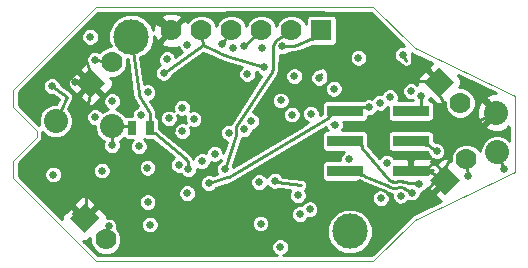
<source format=gbl>
G04 (created by PCBNEW (2013-jul-07)-stable) date Tue 30 Dec 2014 02:21:33 PM EST*
%MOIN*%
G04 Gerber Fmt 3.4, Leading zero omitted, Abs format*
%FSLAX34Y34*%
G01*
G70*
G90*
G04 APERTURE LIST*
%ADD10C,0.00590551*%
%ADD11C,0.00393701*%
%ADD12R,0.025X0.045*%
%ADD13R,0.119X0.038*%
%ADD14R,0.07X0.07*%
%ADD15C,0.07*%
%ADD16C,0.08*%
%ADD17C,0.11811*%
%ADD18C,0.025*%
%ADD19C,0.009*%
%ADD20C,0.01*%
G04 APERTURE END LIST*
G54D10*
G54D11*
X55118Y-14960D02*
X45866Y-14960D01*
X55118Y-23425D02*
X45866Y-23425D01*
X56496Y-16338D02*
X59842Y-17913D01*
X55118Y-14960D02*
X56496Y-16338D01*
X56496Y-22047D02*
X59842Y-20472D01*
X55118Y-23425D02*
X56496Y-22047D01*
X45866Y-14960D02*
X43110Y-17716D01*
X45866Y-23425D02*
X43110Y-20669D01*
X59842Y-20275D02*
X59842Y-20472D01*
X59842Y-17913D02*
X59842Y-20275D01*
X43897Y-19291D02*
X43897Y-19094D01*
X43110Y-20078D02*
X43897Y-19291D01*
X43110Y-20669D02*
X43110Y-20078D01*
X43110Y-17716D02*
X43110Y-18307D01*
X43897Y-19094D02*
X43110Y-18307D01*
G54D12*
X47067Y-18984D03*
X47667Y-18984D03*
G54D13*
X56357Y-20425D03*
X56357Y-19425D03*
X56357Y-18425D03*
X54177Y-20425D03*
X54177Y-19425D03*
X54177Y-18425D03*
G54D14*
X53382Y-15731D03*
G54D15*
X52382Y-15731D03*
X51382Y-15731D03*
X50382Y-15731D03*
X49382Y-15731D03*
X48382Y-15731D03*
G54D16*
X46396Y-18927D03*
G54D10*
G36*
X45686Y-17991D02*
X45191Y-17496D01*
X45686Y-17001D01*
X46181Y-17496D01*
X45686Y-17991D01*
X45686Y-17991D01*
G37*
G54D15*
X46393Y-16789D03*
G54D10*
G36*
X56811Y-17449D02*
X57306Y-16954D01*
X57801Y-17449D01*
X57306Y-17944D01*
X56811Y-17449D01*
X56811Y-17449D01*
G37*
G54D15*
X58013Y-18157D03*
G54D10*
G36*
X57513Y-21233D02*
X57018Y-20738D01*
X57513Y-20243D01*
X58008Y-20738D01*
X57513Y-21233D01*
X57513Y-21233D01*
G37*
G54D15*
X58220Y-20031D03*
G54D10*
G36*
X44997Y-21998D02*
X45492Y-21503D01*
X45987Y-21998D01*
X45492Y-22493D01*
X44997Y-21998D01*
X44997Y-21998D01*
G37*
G54D15*
X46200Y-22705D03*
G54D16*
X59240Y-19807D03*
X59220Y-18475D03*
X44527Y-18759D03*
G54D17*
X47047Y-15944D03*
X54330Y-22440D03*
G54D18*
X51830Y-20757D03*
X49822Y-19852D03*
X47303Y-19606D03*
X47584Y-20315D03*
X47588Y-17802D03*
X47369Y-18558D03*
X48123Y-17156D03*
X51471Y-16969D03*
X53312Y-17319D03*
X56102Y-16555D03*
X54616Y-16653D03*
X53828Y-18887D03*
X51309Y-20797D03*
X45206Y-21850D03*
X47726Y-15295D03*
X45177Y-17460D03*
X58917Y-18139D03*
X58262Y-18887D03*
X45603Y-18919D03*
X53076Y-22221D03*
X57138Y-20132D03*
X54687Y-20826D03*
X48238Y-16702D03*
X48917Y-16220D03*
X48740Y-18316D03*
X52007Y-22962D03*
X51358Y-22175D03*
X52480Y-17263D03*
X45679Y-15954D03*
X52401Y-18543D03*
X46407Y-18100D03*
X44438Y-20541D03*
X47588Y-21466D03*
X55561Y-20157D03*
X53382Y-15731D03*
X52083Y-16272D03*
X48750Y-19094D03*
X49124Y-18690D03*
X48297Y-18671D03*
X56704Y-17913D03*
X54307Y-20015D03*
X59482Y-20367D03*
X48947Y-20372D03*
X50164Y-20356D03*
X49393Y-20101D03*
X56025Y-21256D03*
X57223Y-19767D03*
X56645Y-20850D03*
X56399Y-21141D03*
X45838Y-16720D03*
X58169Y-18070D03*
X58259Y-20596D03*
X46288Y-22274D03*
X44398Y-17597D03*
X56373Y-17758D03*
X52670Y-21869D03*
X45844Y-18633D03*
X52989Y-21700D03*
X47662Y-22212D03*
X52598Y-21234D03*
X46398Y-19573D03*
X50911Y-17189D03*
X51052Y-18760D03*
X50434Y-16335D03*
X50290Y-19149D03*
X51398Y-16334D03*
X50797Y-19036D03*
X53028Y-18510D03*
X55332Y-18148D03*
X48909Y-21167D03*
X52027Y-18074D03*
X53796Y-17680D03*
X55667Y-17968D03*
X50804Y-16243D03*
X50076Y-16201D03*
X55365Y-21333D03*
X46062Y-20409D03*
X49626Y-20834D03*
X54980Y-18294D03*
X48634Y-20219D03*
G54D19*
X52706Y-20895D02*
X51889Y-20807D01*
X51889Y-20807D02*
X51830Y-20757D01*
X47584Y-20315D02*
X47578Y-20314D01*
X49382Y-15731D02*
X49429Y-16231D01*
X49429Y-16231D02*
X48123Y-17156D01*
X50345Y-16619D02*
X51471Y-16969D01*
X50329Y-16614D02*
X50345Y-16619D01*
X49972Y-16479D02*
X50329Y-16614D01*
X49967Y-16477D02*
X49972Y-16479D01*
X49957Y-16473D02*
X49967Y-16477D01*
X49952Y-16471D02*
X49957Y-16473D01*
X49429Y-16231D02*
X49952Y-16471D01*
X53312Y-17319D02*
X53385Y-17185D01*
X56102Y-16555D02*
X56200Y-16742D01*
X53828Y-18887D02*
X53710Y-18848D01*
X51309Y-20797D02*
X51299Y-20807D01*
X45484Y-22119D02*
X45206Y-21850D01*
X48382Y-15731D02*
X47726Y-15295D01*
X45686Y-17496D02*
X45177Y-17460D01*
X59220Y-18475D02*
X58917Y-18139D01*
X56002Y-17375D02*
X54931Y-15383D01*
X53307Y-15137D02*
X54301Y-15216D01*
X54301Y-15216D02*
X54931Y-15383D01*
X53307Y-15137D02*
X46994Y-15173D01*
X57306Y-17449D02*
X56002Y-17375D01*
X56002Y-17375D02*
X55944Y-17372D01*
X57513Y-20738D02*
X57007Y-20452D01*
X57007Y-20452D02*
X56357Y-20425D01*
X57513Y-20306D02*
X57513Y-20738D01*
X57544Y-20275D02*
X57513Y-20306D01*
X57545Y-20274D02*
X57544Y-20275D01*
X57552Y-20264D02*
X57554Y-20260D01*
X57548Y-20271D02*
X57552Y-20264D01*
X57545Y-20274D02*
X57548Y-20271D01*
X57739Y-19826D02*
X57554Y-20260D01*
X57744Y-19813D02*
X57739Y-19826D01*
X57757Y-19788D02*
X57744Y-19813D01*
X57764Y-19775D02*
X57757Y-19788D01*
X58262Y-18887D02*
X57764Y-19775D01*
X45529Y-21625D02*
X45603Y-18919D01*
X45529Y-21634D02*
X45529Y-21625D01*
X45522Y-21649D02*
X45529Y-21634D01*
X45516Y-21655D02*
X45522Y-21649D01*
X45516Y-21656D02*
X45516Y-21655D01*
X45484Y-21687D02*
X45516Y-21656D01*
X45484Y-22119D02*
X45484Y-21687D01*
X45686Y-17065D02*
X45686Y-17496D01*
X45603Y-18919D02*
X45553Y-18697D01*
X45550Y-18588D02*
X45545Y-18615D01*
X45545Y-18615D02*
X45547Y-18670D01*
X45547Y-18670D02*
X45553Y-18697D01*
X45550Y-18588D02*
X45642Y-17985D01*
X45654Y-17960D02*
X45649Y-17965D01*
X45649Y-17965D02*
X45643Y-17978D01*
X45643Y-17978D02*
X45642Y-17985D01*
X45654Y-17960D02*
X45654Y-17960D01*
X45654Y-17960D02*
X45686Y-17928D01*
X45686Y-17928D02*
X45686Y-17496D01*
X46994Y-15173D02*
X46748Y-15230D01*
X46748Y-15230D02*
X46529Y-15369D01*
X46529Y-15369D02*
X46449Y-15470D01*
X46449Y-15470D02*
X45604Y-16535D01*
X45604Y-16535D02*
X45553Y-16600D01*
X45553Y-16600D02*
X45532Y-16764D01*
X45532Y-16764D02*
X45566Y-16840D01*
X45566Y-16840D02*
X45645Y-17020D01*
X45645Y-17020D02*
X45647Y-17023D01*
X45647Y-17023D02*
X45651Y-17030D01*
X45651Y-17030D02*
X45654Y-17033D01*
X45654Y-17033D02*
X45654Y-17033D01*
X45654Y-17033D02*
X45686Y-17065D01*
X46999Y-15172D02*
X46994Y-15173D01*
X48382Y-15731D02*
X47373Y-15254D01*
X47373Y-15254D02*
X47256Y-15199D01*
X47256Y-15199D02*
X46999Y-15172D01*
X57763Y-18616D02*
X58262Y-18887D01*
X57686Y-18573D02*
X57763Y-18616D01*
X57567Y-18442D02*
X57686Y-18573D01*
X57532Y-18361D02*
X57567Y-18442D01*
X57348Y-17927D02*
X57532Y-18361D01*
X57341Y-17916D02*
X57338Y-17913D01*
X57346Y-17923D02*
X57341Y-17916D01*
X57348Y-17927D02*
X57346Y-17923D01*
X57338Y-17913D02*
X57338Y-17913D01*
X57306Y-17881D02*
X57338Y-17913D01*
X57306Y-17449D02*
X57306Y-17881D01*
X57412Y-20407D02*
X57513Y-20738D01*
X57381Y-20375D02*
X57412Y-20407D01*
X57138Y-20132D02*
X57381Y-20375D01*
X56982Y-20268D02*
X57138Y-20132D01*
X56976Y-20274D02*
X56982Y-20268D01*
X56960Y-20280D02*
X56976Y-20274D01*
X56952Y-20280D02*
X56960Y-20280D01*
X56907Y-20280D02*
X56952Y-20280D01*
X56357Y-20425D02*
X56907Y-20280D01*
X55449Y-21070D02*
X54687Y-20826D01*
X55490Y-21083D02*
X55449Y-21070D01*
X55560Y-21133D02*
X55490Y-21083D01*
X55586Y-21167D02*
X55560Y-21133D01*
X55788Y-21435D02*
X55586Y-21167D01*
X56069Y-21554D02*
X56113Y-21540D01*
X55978Y-21553D02*
X56069Y-21554D01*
X55890Y-21525D02*
X55978Y-21553D01*
X55815Y-21472D02*
X55890Y-21525D01*
X55788Y-21435D02*
X55815Y-21472D01*
X56487Y-21425D02*
X56113Y-21540D01*
X56584Y-21377D02*
X56609Y-21351D01*
X56522Y-21414D02*
X56584Y-21377D01*
X56487Y-21425D02*
X56522Y-21414D01*
X57120Y-20840D02*
X56609Y-21351D01*
X57152Y-20808D02*
X57120Y-20840D01*
X57513Y-20738D02*
X57152Y-20808D01*
X59220Y-18475D02*
X58262Y-18887D01*
X48238Y-16702D02*
X48248Y-16692D01*
X48917Y-16220D02*
X48887Y-16200D01*
X52007Y-22962D02*
X51998Y-22962D01*
X51358Y-22175D02*
X51348Y-22175D01*
X52480Y-17263D02*
X52490Y-17263D01*
X47588Y-21466D02*
X47588Y-21486D01*
X53382Y-15731D02*
X53077Y-16036D01*
X53077Y-16036D02*
X53032Y-16036D01*
X53032Y-16036D02*
X53028Y-16036D01*
X53028Y-16036D02*
X53019Y-16038D01*
X53019Y-16038D02*
X53015Y-16040D01*
X53015Y-16040D02*
X52577Y-16216D01*
X52412Y-16253D02*
X52455Y-16251D01*
X52455Y-16251D02*
X52538Y-16232D01*
X52538Y-16232D02*
X52577Y-16216D01*
X52412Y-16253D02*
X52083Y-16272D01*
X59240Y-19807D02*
X59482Y-20367D01*
X47293Y-17840D02*
X47047Y-15944D01*
X47320Y-17935D02*
X47338Y-17963D01*
X47297Y-17873D02*
X47320Y-17935D01*
X47293Y-17840D02*
X47297Y-17873D01*
X47618Y-18397D02*
X47338Y-17963D01*
X47641Y-18432D02*
X47618Y-18397D01*
X47666Y-18515D02*
X47641Y-18432D01*
X47666Y-18558D02*
X47666Y-18515D01*
X47666Y-18759D02*
X47666Y-18558D01*
X47666Y-18804D02*
X47666Y-18759D01*
X47667Y-18984D02*
X47666Y-18804D01*
X56704Y-18235D02*
X56704Y-17913D01*
X56704Y-18280D02*
X56704Y-18235D01*
X56357Y-18425D02*
X56704Y-18280D01*
X47747Y-19164D02*
X47667Y-18984D01*
X47792Y-19164D02*
X47747Y-19164D01*
X47800Y-19164D02*
X47792Y-19164D01*
X47815Y-19169D02*
X47800Y-19164D01*
X47821Y-19174D02*
X47815Y-19169D01*
X48822Y-19988D02*
X47821Y-19174D01*
X48869Y-20026D02*
X48822Y-19988D01*
X48925Y-20132D02*
X48869Y-20026D01*
X48930Y-20192D02*
X48925Y-20132D01*
X48947Y-20372D02*
X48930Y-20192D01*
X50536Y-19230D02*
X50164Y-20356D01*
X50551Y-19127D02*
X50543Y-19092D01*
X50547Y-19197D02*
X50551Y-19127D01*
X50536Y-19230D02*
X50547Y-19197D01*
X50543Y-19092D02*
X50543Y-19092D01*
X50532Y-19041D02*
X50543Y-19092D01*
X50550Y-18938D02*
X50532Y-19041D01*
X50579Y-18894D02*
X50550Y-18938D01*
X51721Y-17131D02*
X50579Y-18894D01*
X51767Y-17018D02*
X51768Y-16977D01*
X51743Y-17097D02*
X51767Y-17018D01*
X51721Y-17131D02*
X51743Y-17097D01*
X51786Y-16265D02*
X51768Y-16977D01*
X51788Y-16190D02*
X51786Y-16265D01*
X51861Y-16061D02*
X51788Y-16190D01*
X51925Y-16021D02*
X51861Y-16061D01*
X52382Y-15731D02*
X51925Y-16021D01*
X56980Y-19579D02*
X57223Y-19767D01*
X56960Y-19570D02*
X56952Y-19570D01*
X56974Y-19574D02*
X56960Y-19570D01*
X56980Y-19579D02*
X56974Y-19574D01*
X56907Y-19570D02*
X56952Y-19570D01*
X56357Y-19425D02*
X56907Y-19570D01*
X56090Y-20776D02*
X56645Y-20850D01*
X56020Y-20771D02*
X55996Y-20772D01*
X56066Y-20773D02*
X56020Y-20771D01*
X56090Y-20776D02*
X56066Y-20773D01*
X55817Y-20783D02*
X55996Y-20772D01*
X55798Y-20785D02*
X55817Y-20783D01*
X55759Y-20778D02*
X55798Y-20785D01*
X55741Y-20770D02*
X55759Y-20778D01*
X55703Y-20754D02*
X55741Y-20770D01*
X55687Y-20747D02*
X55703Y-20754D01*
X55658Y-20726D02*
X55687Y-20747D01*
X55647Y-20713D02*
X55658Y-20726D01*
X54738Y-19644D02*
X55647Y-20713D01*
X54733Y-19638D02*
X54738Y-19644D01*
X54727Y-19623D02*
X54733Y-19638D01*
X54727Y-19615D02*
X54727Y-19623D01*
X54727Y-19570D02*
X54727Y-19615D01*
X54177Y-19425D02*
X54727Y-19570D01*
X54727Y-20570D02*
X54177Y-20425D01*
X54772Y-20570D02*
X54727Y-20570D01*
X54777Y-20570D02*
X54772Y-20570D01*
X54785Y-20571D02*
X54777Y-20570D01*
X54790Y-20573D02*
X54785Y-20571D01*
X54792Y-20574D02*
X54790Y-20573D01*
X54794Y-20575D02*
X54792Y-20574D01*
X55551Y-20898D02*
X54794Y-20575D01*
X55567Y-20905D02*
X55551Y-20898D01*
X55597Y-20920D02*
X55567Y-20905D01*
X55611Y-20929D02*
X55597Y-20920D01*
X55615Y-20931D02*
X55611Y-20929D01*
X55773Y-20988D02*
X55829Y-20985D01*
X55663Y-20961D02*
X55773Y-20988D01*
X55615Y-20931D02*
X55663Y-20961D01*
X56009Y-20974D02*
X55829Y-20985D01*
X56049Y-20972D02*
X56009Y-20974D01*
X56127Y-20990D02*
X56049Y-20972D01*
X56162Y-21009D02*
X56127Y-20990D01*
X56399Y-21141D02*
X56162Y-21009D01*
X46393Y-16789D02*
X45838Y-16720D01*
X58013Y-18157D02*
X58169Y-18070D01*
X58220Y-20031D02*
X58259Y-20596D01*
X46191Y-22826D02*
X46288Y-22274D01*
X44895Y-17947D02*
X44527Y-18759D01*
X44398Y-17597D02*
X44895Y-17947D01*
X44895Y-17947D02*
X44897Y-17948D01*
X46987Y-18927D02*
X47067Y-18984D01*
X46942Y-18927D02*
X46987Y-18927D01*
X46396Y-18927D02*
X46942Y-18927D01*
X46396Y-18927D02*
X46398Y-19573D01*
X51382Y-15731D02*
X50804Y-16243D01*
X50382Y-15731D02*
X50076Y-16201D01*
X50252Y-20640D02*
X49626Y-20834D01*
X50301Y-20621D02*
X50317Y-20612D01*
X50269Y-20635D02*
X50301Y-20621D01*
X50252Y-20640D02*
X50269Y-20635D01*
X53605Y-18653D02*
X50317Y-20612D01*
X53627Y-18626D02*
X53627Y-18615D01*
X53615Y-18647D02*
X53627Y-18626D01*
X53605Y-18653D02*
X53615Y-18647D01*
X53627Y-18570D02*
X53627Y-18615D01*
X54177Y-18425D02*
X53627Y-18570D01*
X54772Y-18294D02*
X54980Y-18294D01*
X54727Y-18294D02*
X54772Y-18294D01*
X54177Y-18425D02*
X54727Y-18294D01*
G54D10*
G36*
X57589Y-20743D02*
X57518Y-20814D01*
X57513Y-20808D01*
X57168Y-21153D01*
X57168Y-21242D01*
X57301Y-21375D01*
X57358Y-21431D01*
X56415Y-21875D01*
X56389Y-21894D01*
X56361Y-21913D01*
X55091Y-23183D01*
X55091Y-22290D01*
X54975Y-22010D01*
X54762Y-21796D01*
X54482Y-21680D01*
X54180Y-21680D01*
X53900Y-21795D01*
X53686Y-22009D01*
X53570Y-22288D01*
X53570Y-22591D01*
X53685Y-22871D01*
X53899Y-23085D01*
X54178Y-23201D01*
X54481Y-23201D01*
X54760Y-23086D01*
X54975Y-22872D01*
X55091Y-22592D01*
X55091Y-22290D01*
X55091Y-23183D01*
X55039Y-23235D01*
X53284Y-23235D01*
X53284Y-21642D01*
X53239Y-21533D01*
X53156Y-21450D01*
X53048Y-21405D01*
X52930Y-21405D01*
X52920Y-21409D01*
X52920Y-20919D01*
X52913Y-20835D01*
X52874Y-20761D01*
X52809Y-20707D01*
X52729Y-20682D01*
X52089Y-20612D01*
X52080Y-20590D01*
X51998Y-20507D01*
X51889Y-20462D01*
X51772Y-20462D01*
X51663Y-20507D01*
X51580Y-20590D01*
X51561Y-20636D01*
X51559Y-20630D01*
X51476Y-20547D01*
X51367Y-20502D01*
X51250Y-20502D01*
X51142Y-20547D01*
X51059Y-20629D01*
X51014Y-20738D01*
X51014Y-20855D01*
X51058Y-20964D01*
X51141Y-21047D01*
X51250Y-21092D01*
X51367Y-21092D01*
X51475Y-21047D01*
X51558Y-20964D01*
X51578Y-20918D01*
X51580Y-20924D01*
X51663Y-21007D01*
X51771Y-21052D01*
X51889Y-21052D01*
X51945Y-21029D01*
X52345Y-21072D01*
X52303Y-21175D01*
X52303Y-21292D01*
X52348Y-21400D01*
X52430Y-21483D01*
X52539Y-21529D01*
X52656Y-21529D01*
X52765Y-21484D01*
X52848Y-21401D01*
X52893Y-21292D01*
X52893Y-21175D01*
X52848Y-21067D01*
X52842Y-21061D01*
X52895Y-20999D01*
X52920Y-20919D01*
X52920Y-21409D01*
X52822Y-21450D01*
X52739Y-21533D01*
X52722Y-21574D01*
X52611Y-21574D01*
X52503Y-21618D01*
X52420Y-21701D01*
X52375Y-21810D01*
X52375Y-21927D01*
X52420Y-22035D01*
X52502Y-22119D01*
X52611Y-22164D01*
X52728Y-22164D01*
X52837Y-22119D01*
X52920Y-22036D01*
X52937Y-21995D01*
X53047Y-21995D01*
X53156Y-21950D01*
X53239Y-21867D01*
X53284Y-21759D01*
X53284Y-21642D01*
X53284Y-23235D01*
X52119Y-23235D01*
X52174Y-23212D01*
X52257Y-23129D01*
X52302Y-23021D01*
X52302Y-22904D01*
X52258Y-22795D01*
X52175Y-22712D01*
X52066Y-22667D01*
X51949Y-22667D01*
X51840Y-22712D01*
X51757Y-22795D01*
X51712Y-22903D01*
X51712Y-23021D01*
X51757Y-23129D01*
X51840Y-23212D01*
X51895Y-23235D01*
X51653Y-23235D01*
X51653Y-22116D01*
X51608Y-22008D01*
X51525Y-21925D01*
X51417Y-21880D01*
X51299Y-21880D01*
X51191Y-21924D01*
X51108Y-22007D01*
X51063Y-22116D01*
X51063Y-22233D01*
X51108Y-22342D01*
X51190Y-22425D01*
X51299Y-22470D01*
X51416Y-22470D01*
X51525Y-22425D01*
X51608Y-22342D01*
X51653Y-22234D01*
X51653Y-22116D01*
X51653Y-23235D01*
X49204Y-23235D01*
X49204Y-21109D01*
X49159Y-21000D01*
X49076Y-20917D01*
X48968Y-20872D01*
X48851Y-20872D01*
X48742Y-20917D01*
X48659Y-21000D01*
X48614Y-21108D01*
X48614Y-21226D01*
X48659Y-21334D01*
X48742Y-21417D01*
X48850Y-21462D01*
X48967Y-21462D01*
X49076Y-21417D01*
X49159Y-21334D01*
X49204Y-21226D01*
X49204Y-21109D01*
X49204Y-23235D01*
X47957Y-23235D01*
X47957Y-22153D01*
X47912Y-22045D01*
X47883Y-22016D01*
X47883Y-21408D01*
X47879Y-21398D01*
X47879Y-20256D01*
X47835Y-20148D01*
X47752Y-20065D01*
X47643Y-20020D01*
X47526Y-20019D01*
X47417Y-20064D01*
X47334Y-20147D01*
X47289Y-20256D01*
X47289Y-20373D01*
X47334Y-20481D01*
X47417Y-20564D01*
X47525Y-20609D01*
X47643Y-20610D01*
X47751Y-20565D01*
X47834Y-20482D01*
X47879Y-20373D01*
X47879Y-20256D01*
X47879Y-21398D01*
X47838Y-21299D01*
X47755Y-21216D01*
X47647Y-21171D01*
X47530Y-21171D01*
X47421Y-21216D01*
X47338Y-21299D01*
X47293Y-21407D01*
X47293Y-21524D01*
X47338Y-21633D01*
X47421Y-21716D01*
X47529Y-21761D01*
X47647Y-21761D01*
X47755Y-21716D01*
X47838Y-21633D01*
X47883Y-21525D01*
X47883Y-21408D01*
X47883Y-22016D01*
X47829Y-21962D01*
X47721Y-21917D01*
X47604Y-21917D01*
X47495Y-21962D01*
X47412Y-22045D01*
X47367Y-22153D01*
X47367Y-22270D01*
X47412Y-22379D01*
X47495Y-22462D01*
X47603Y-22507D01*
X47721Y-22507D01*
X47829Y-22462D01*
X47912Y-22379D01*
X47957Y-22271D01*
X47957Y-22153D01*
X47957Y-23235D01*
X45944Y-23235D01*
X45452Y-22743D01*
X45542Y-22743D01*
X45634Y-22705D01*
X45680Y-22660D01*
X45679Y-22808D01*
X45758Y-23000D01*
X45905Y-23146D01*
X46096Y-23225D01*
X46302Y-23226D01*
X46494Y-23147D01*
X46640Y-23000D01*
X46719Y-22809D01*
X46720Y-22602D01*
X46641Y-22411D01*
X46577Y-22348D01*
X46583Y-22333D01*
X46583Y-22216D01*
X46538Y-22107D01*
X46455Y-22024D01*
X46357Y-21983D01*
X46357Y-20350D01*
X46312Y-20242D01*
X46229Y-20159D01*
X46121Y-20114D01*
X46004Y-20114D01*
X45895Y-20158D01*
X45812Y-20241D01*
X45767Y-20350D01*
X45767Y-20467D01*
X45812Y-20576D01*
X45895Y-20659D01*
X46003Y-20704D01*
X46121Y-20704D01*
X46229Y-20659D01*
X46312Y-20576D01*
X46357Y-20468D01*
X46357Y-20350D01*
X46357Y-21983D01*
X46347Y-21979D01*
X46237Y-21979D01*
X46237Y-21948D01*
X46199Y-21857D01*
X45996Y-21654D01*
X45908Y-21654D01*
X45837Y-21724D01*
X45837Y-21583D01*
X45837Y-21494D01*
X45634Y-21292D01*
X45542Y-21253D01*
X45443Y-21253D01*
X45351Y-21291D01*
X45281Y-21362D01*
X45148Y-21494D01*
X45148Y-21583D01*
X45492Y-21928D01*
X45837Y-21583D01*
X45837Y-21724D01*
X45563Y-21998D01*
X45569Y-22004D01*
X45498Y-22075D01*
X45492Y-22069D01*
X45487Y-22075D01*
X45416Y-22004D01*
X45422Y-21998D01*
X45077Y-21654D01*
X44989Y-21654D01*
X44856Y-21786D01*
X44785Y-21857D01*
X44747Y-21949D01*
X44747Y-22038D01*
X44734Y-22024D01*
X44734Y-20482D01*
X44689Y-20374D01*
X44606Y-20291D01*
X44497Y-20246D01*
X44380Y-20246D01*
X44272Y-20291D01*
X44189Y-20374D01*
X44144Y-20482D01*
X44143Y-20599D01*
X44188Y-20708D01*
X44271Y-20791D01*
X44380Y-20836D01*
X44497Y-20836D01*
X44605Y-20791D01*
X44688Y-20708D01*
X44733Y-20600D01*
X44734Y-20482D01*
X44734Y-22024D01*
X43299Y-20590D01*
X43299Y-20157D01*
X44031Y-19425D01*
X44072Y-19363D01*
X44087Y-19291D01*
X44087Y-19125D01*
X44204Y-19242D01*
X44413Y-19329D01*
X44640Y-19329D01*
X44850Y-19243D01*
X45010Y-19083D01*
X45097Y-18873D01*
X45097Y-18646D01*
X45011Y-18437D01*
X44941Y-18367D01*
X45091Y-18036D01*
X45095Y-18022D01*
X45107Y-17995D01*
X45107Y-17968D01*
X45110Y-17954D01*
X45108Y-17939D01*
X45109Y-17911D01*
X45099Y-17887D01*
X45097Y-17871D01*
X45087Y-17856D01*
X45078Y-17833D01*
X45063Y-17816D01*
X45053Y-17800D01*
X45035Y-17788D01*
X45020Y-17772D01*
X45019Y-17771D01*
X45016Y-17770D01*
X44693Y-17542D01*
X44693Y-17538D01*
X44648Y-17430D01*
X44565Y-17347D01*
X44457Y-17302D01*
X44340Y-17302D01*
X44231Y-17347D01*
X44148Y-17429D01*
X44103Y-17538D01*
X44103Y-17655D01*
X44148Y-17764D01*
X44231Y-17847D01*
X44339Y-17892D01*
X44443Y-17892D01*
X44626Y-18021D01*
X44550Y-18189D01*
X44414Y-18189D01*
X44205Y-18276D01*
X44044Y-18436D01*
X43957Y-18645D01*
X43957Y-18872D01*
X43966Y-18895D01*
X43299Y-18228D01*
X43299Y-17795D01*
X45944Y-15150D01*
X48207Y-15150D01*
X48064Y-15209D01*
X48031Y-15309D01*
X48382Y-15661D01*
X48734Y-15309D01*
X48700Y-15209D01*
X48539Y-15150D01*
X55039Y-15150D01*
X56149Y-16260D01*
X56043Y-16260D01*
X55935Y-16304D01*
X55852Y-16387D01*
X55807Y-16496D01*
X55807Y-16613D01*
X55852Y-16722D01*
X55935Y-16805D01*
X56006Y-16834D01*
X56010Y-16842D01*
X56063Y-16907D01*
X56137Y-16947D01*
X56220Y-16956D01*
X56301Y-16932D01*
X56366Y-16879D01*
X56406Y-16805D01*
X56415Y-16722D01*
X56391Y-16641D01*
X56388Y-16636D01*
X56397Y-16614D01*
X56397Y-16497D01*
X56415Y-16510D01*
X57083Y-16824D01*
X56961Y-16946D01*
X56961Y-17034D01*
X57306Y-17379D01*
X57312Y-17373D01*
X57382Y-17444D01*
X57377Y-17449D01*
X57382Y-17455D01*
X57312Y-17526D01*
X57306Y-17520D01*
X57301Y-17526D01*
X57230Y-17455D01*
X57235Y-17449D01*
X56891Y-17105D01*
X56802Y-17105D01*
X56669Y-17238D01*
X56599Y-17308D01*
X56561Y-17400D01*
X56561Y-17499D01*
X56583Y-17551D01*
X56540Y-17508D01*
X56432Y-17463D01*
X56314Y-17463D01*
X56206Y-17508D01*
X56123Y-17591D01*
X56078Y-17699D01*
X56078Y-17817D01*
X56123Y-17925D01*
X56205Y-18008D01*
X56314Y-18053D01*
X56431Y-18053D01*
X56441Y-18049D01*
X56448Y-18064D01*
X55946Y-18064D01*
X55962Y-18027D01*
X55962Y-17910D01*
X55917Y-17801D01*
X55834Y-17718D01*
X55726Y-17673D01*
X55608Y-17673D01*
X55500Y-17718D01*
X55417Y-17801D01*
X55395Y-17855D01*
X55391Y-17853D01*
X55273Y-17853D01*
X55165Y-17898D01*
X55082Y-17981D01*
X55069Y-18011D01*
X55039Y-17999D01*
X54922Y-17999D01*
X54911Y-18004D01*
X54911Y-16595D01*
X54866Y-16486D01*
X54783Y-16403D01*
X54675Y-16358D01*
X54557Y-16358D01*
X54449Y-16403D01*
X54366Y-16486D01*
X54321Y-16594D01*
X54321Y-16711D01*
X54365Y-16820D01*
X54448Y-16903D01*
X54557Y-16948D01*
X54674Y-16948D01*
X54783Y-16903D01*
X54866Y-16820D01*
X54911Y-16712D01*
X54911Y-16595D01*
X54911Y-18004D01*
X54813Y-18044D01*
X54792Y-18065D01*
X54739Y-18064D01*
X54091Y-18064D01*
X54091Y-17622D01*
X54046Y-17513D01*
X53963Y-17430D01*
X53855Y-17385D01*
X53737Y-17385D01*
X53629Y-17430D01*
X53607Y-17452D01*
X53607Y-17261D01*
X53593Y-17227D01*
X53599Y-17207D01*
X53592Y-17124D01*
X53553Y-17050D01*
X53488Y-16996D01*
X53408Y-16971D01*
X53325Y-16978D01*
X53250Y-17017D01*
X53240Y-17030D01*
X53145Y-17069D01*
X53062Y-17152D01*
X53017Y-17260D01*
X53017Y-17378D01*
X53062Y-17486D01*
X53145Y-17569D01*
X53253Y-17614D01*
X53370Y-17614D01*
X53479Y-17569D01*
X53562Y-17487D01*
X53607Y-17378D01*
X53607Y-17261D01*
X53607Y-17452D01*
X53546Y-17513D01*
X53501Y-17621D01*
X53501Y-17738D01*
X53546Y-17847D01*
X53629Y-17930D01*
X53737Y-17975D01*
X53854Y-17975D01*
X53963Y-17930D01*
X54046Y-17847D01*
X54091Y-17739D01*
X54091Y-17622D01*
X54091Y-18064D01*
X53549Y-18064D01*
X53486Y-18090D01*
X53438Y-18138D01*
X53412Y-18201D01*
X53412Y-18268D01*
X53412Y-18516D01*
X53322Y-18570D01*
X53322Y-18569D01*
X53323Y-18452D01*
X53278Y-18344D01*
X53195Y-18261D01*
X53086Y-18216D01*
X52969Y-18215D01*
X52861Y-18260D01*
X52778Y-18343D01*
X52775Y-18350D01*
X52775Y-17205D01*
X52730Y-17096D01*
X52647Y-17013D01*
X52539Y-16968D01*
X52421Y-16968D01*
X52313Y-17013D01*
X52230Y-17096D01*
X52185Y-17204D01*
X52185Y-17322D01*
X52230Y-17430D01*
X52312Y-17513D01*
X52421Y-17558D01*
X52538Y-17558D01*
X52647Y-17514D01*
X52730Y-17431D01*
X52775Y-17322D01*
X52775Y-17205D01*
X52775Y-18350D01*
X52733Y-18452D01*
X52732Y-18569D01*
X52777Y-18677D01*
X52860Y-18760D01*
X52944Y-18795D01*
X52696Y-18943D01*
X52696Y-18484D01*
X52651Y-18376D01*
X52568Y-18293D01*
X52460Y-18248D01*
X52343Y-18248D01*
X52322Y-18256D01*
X52322Y-18016D01*
X52277Y-17907D01*
X52195Y-17824D01*
X52086Y-17779D01*
X51969Y-17779D01*
X51860Y-17824D01*
X51777Y-17907D01*
X51732Y-18015D01*
X51732Y-18133D01*
X51777Y-18241D01*
X51860Y-18324D01*
X51968Y-18369D01*
X52086Y-18369D01*
X52194Y-18324D01*
X52277Y-18242D01*
X52322Y-18133D01*
X52322Y-18016D01*
X52322Y-18256D01*
X52234Y-18293D01*
X52151Y-18375D01*
X52106Y-18484D01*
X52106Y-18601D01*
X52151Y-18710D01*
X52234Y-18793D01*
X52342Y-18838D01*
X52459Y-18838D01*
X52568Y-18793D01*
X52651Y-18710D01*
X52696Y-18602D01*
X52696Y-18484D01*
X52696Y-18943D01*
X50452Y-20281D01*
X50432Y-20231D01*
X50731Y-19328D01*
X50738Y-19331D01*
X50855Y-19331D01*
X50964Y-19286D01*
X51047Y-19203D01*
X51092Y-19095D01*
X51092Y-19055D01*
X51111Y-19055D01*
X51219Y-19010D01*
X51302Y-18927D01*
X51347Y-18819D01*
X51348Y-18702D01*
X51303Y-18593D01*
X51220Y-18510D01*
X51112Y-18466D01*
X51898Y-17251D01*
X51901Y-17248D01*
X51923Y-17213D01*
X51934Y-17186D01*
X51948Y-17160D01*
X51973Y-17082D01*
X51976Y-17052D01*
X51982Y-17024D01*
X51983Y-16983D01*
X51983Y-16982D01*
X51983Y-16982D01*
X51994Y-16554D01*
X52025Y-16567D01*
X52142Y-16567D01*
X52250Y-16522D01*
X52298Y-16475D01*
X52425Y-16468D01*
X52425Y-16468D01*
X52468Y-16465D01*
X52485Y-16461D01*
X52503Y-16460D01*
X52585Y-16442D01*
X52601Y-16435D01*
X52619Y-16431D01*
X52658Y-16415D01*
X52658Y-16415D01*
X53066Y-16251D01*
X53766Y-16251D01*
X53828Y-16226D01*
X53876Y-16178D01*
X53902Y-16115D01*
X53902Y-16048D01*
X53902Y-15348D01*
X53876Y-15285D01*
X53829Y-15237D01*
X53766Y-15211D01*
X53699Y-15211D01*
X52999Y-15211D01*
X52936Y-15237D01*
X52888Y-15285D01*
X52862Y-15347D01*
X52862Y-15415D01*
X52862Y-15531D01*
X52823Y-15437D01*
X52677Y-15291D01*
X52486Y-15212D01*
X52279Y-15211D01*
X52088Y-15290D01*
X51942Y-15436D01*
X51882Y-15580D01*
X51823Y-15437D01*
X51677Y-15291D01*
X51486Y-15212D01*
X51279Y-15211D01*
X51088Y-15290D01*
X50942Y-15436D01*
X50882Y-15580D01*
X50823Y-15437D01*
X50677Y-15291D01*
X50486Y-15212D01*
X50279Y-15211D01*
X50088Y-15290D01*
X49942Y-15436D01*
X49882Y-15580D01*
X49823Y-15437D01*
X49677Y-15291D01*
X49486Y-15212D01*
X49279Y-15211D01*
X49088Y-15290D01*
X48942Y-15436D01*
X48928Y-15469D01*
X48905Y-15414D01*
X48804Y-15380D01*
X48453Y-15731D01*
X48458Y-15737D01*
X48388Y-15808D01*
X48382Y-15802D01*
X48031Y-16154D01*
X48064Y-16254D01*
X48288Y-16336D01*
X48527Y-16326D01*
X48625Y-16285D01*
X48667Y-16387D01*
X48737Y-16458D01*
X48520Y-16612D01*
X48488Y-16535D01*
X48405Y-16452D01*
X48297Y-16407D01*
X48179Y-16407D01*
X48071Y-16452D01*
X47988Y-16535D01*
X47943Y-16643D01*
X47943Y-16761D01*
X47987Y-16869D01*
X48004Y-16886D01*
X47956Y-16906D01*
X47873Y-16989D01*
X47828Y-17097D01*
X47828Y-17214D01*
X47873Y-17323D01*
X47956Y-17406D01*
X48064Y-17451D01*
X48182Y-17451D01*
X48290Y-17406D01*
X48373Y-17323D01*
X48418Y-17215D01*
X48418Y-17211D01*
X49453Y-16478D01*
X49862Y-16667D01*
X49864Y-16667D01*
X49867Y-16669D01*
X49871Y-16670D01*
X49874Y-16672D01*
X49884Y-16676D01*
X49888Y-16677D01*
X49891Y-16679D01*
X49896Y-16680D01*
X49896Y-16680D01*
X50254Y-16815D01*
X50257Y-16815D01*
X50260Y-16817D01*
X50276Y-16823D01*
X50279Y-16823D01*
X50282Y-16824D01*
X50721Y-16961D01*
X50661Y-17021D01*
X50616Y-17130D01*
X50616Y-17247D01*
X50661Y-17355D01*
X50743Y-17438D01*
X50852Y-17484D01*
X50969Y-17484D01*
X51078Y-17439D01*
X51161Y-17356D01*
X51206Y-17247D01*
X51206Y-17130D01*
X51197Y-17110D01*
X51211Y-17114D01*
X51221Y-17136D01*
X51303Y-17219D01*
X51385Y-17253D01*
X50398Y-18778D01*
X50398Y-18778D01*
X50370Y-18822D01*
X50370Y-18822D01*
X50369Y-18822D01*
X50359Y-18848D01*
X50356Y-18857D01*
X50349Y-18854D01*
X50231Y-18854D01*
X50123Y-18898D01*
X50040Y-18981D01*
X49995Y-19090D01*
X49995Y-19207D01*
X50039Y-19316D01*
X50122Y-19399D01*
X50231Y-19444D01*
X50240Y-19444D01*
X50117Y-19814D01*
X50117Y-19793D01*
X50073Y-19685D01*
X49990Y-19602D01*
X49881Y-19557D01*
X49764Y-19557D01*
X49655Y-19602D01*
X49572Y-19685D01*
X49527Y-19793D01*
X49527Y-19837D01*
X49452Y-19806D01*
X49419Y-19806D01*
X49419Y-18632D01*
X49374Y-18524D01*
X49291Y-18441D01*
X49182Y-18395D01*
X49065Y-18395D01*
X49018Y-18415D01*
X49035Y-18375D01*
X49035Y-18258D01*
X48990Y-18150D01*
X48907Y-18066D01*
X48799Y-18021D01*
X48681Y-18021D01*
X48573Y-18066D01*
X48490Y-18149D01*
X48445Y-18257D01*
X48445Y-18375D01*
X48464Y-18421D01*
X48356Y-18376D01*
X48238Y-18376D01*
X48130Y-18421D01*
X48047Y-18503D01*
X48002Y-18612D01*
X48002Y-18729D01*
X48047Y-18838D01*
X48129Y-18921D01*
X48238Y-18966D01*
X48355Y-18966D01*
X48464Y-18921D01*
X48547Y-18838D01*
X48592Y-18730D01*
X48592Y-18612D01*
X48573Y-18567D01*
X48681Y-18611D01*
X48798Y-18611D01*
X48845Y-18592D01*
X48829Y-18632D01*
X48828Y-18749D01*
X48858Y-18819D01*
X48808Y-18799D01*
X48691Y-18799D01*
X48583Y-18844D01*
X48500Y-18927D01*
X48455Y-19035D01*
X48454Y-19152D01*
X48499Y-19261D01*
X48582Y-19344D01*
X48691Y-19389D01*
X48808Y-19389D01*
X48916Y-19344D01*
X48999Y-19261D01*
X49044Y-19153D01*
X49045Y-19036D01*
X49015Y-18965D01*
X49065Y-18985D01*
X49182Y-18985D01*
X49290Y-18941D01*
X49373Y-18858D01*
X49418Y-18749D01*
X49419Y-18632D01*
X49419Y-19806D01*
X49335Y-19806D01*
X49227Y-19851D01*
X49143Y-19933D01*
X49108Y-20019D01*
X49058Y-19925D01*
X49058Y-19925D01*
X49058Y-19924D01*
X49030Y-19890D01*
X49005Y-19860D01*
X49005Y-19860D01*
X49004Y-19859D01*
X48958Y-19822D01*
X48958Y-19821D01*
X47962Y-19012D01*
X47962Y-18725D01*
X47937Y-18663D01*
X47889Y-18615D01*
X47881Y-18612D01*
X47881Y-18558D01*
X47881Y-18515D01*
X47875Y-18485D01*
X47872Y-18454D01*
X47848Y-18372D01*
X47833Y-18344D01*
X47822Y-18316D01*
X47799Y-18280D01*
X47799Y-18280D01*
X47673Y-18086D01*
X47755Y-18052D01*
X47838Y-17969D01*
X47883Y-17861D01*
X47883Y-17743D01*
X47838Y-17635D01*
X47755Y-17552D01*
X47647Y-17507D01*
X47529Y-17507D01*
X47470Y-17531D01*
X47354Y-16640D01*
X47477Y-16590D01*
X47691Y-16376D01*
X47807Y-16096D01*
X47807Y-15923D01*
X47860Y-16049D01*
X47960Y-16083D01*
X48311Y-15731D01*
X47960Y-15380D01*
X47860Y-15414D01*
X47778Y-15638D01*
X47782Y-15731D01*
X47692Y-15514D01*
X47478Y-15300D01*
X47199Y-15184D01*
X46896Y-15184D01*
X46616Y-15299D01*
X46402Y-15513D01*
X46286Y-15792D01*
X46286Y-16095D01*
X46358Y-16269D01*
X46290Y-16269D01*
X46099Y-16348D01*
X45985Y-16462D01*
X45974Y-16457D01*
X45974Y-15896D01*
X45929Y-15787D01*
X45846Y-15704D01*
X45738Y-15659D01*
X45620Y-15659D01*
X45512Y-15704D01*
X45429Y-15787D01*
X45384Y-15895D01*
X45384Y-16013D01*
X45428Y-16121D01*
X45511Y-16204D01*
X45620Y-16249D01*
X45737Y-16249D01*
X45846Y-16204D01*
X45929Y-16122D01*
X45974Y-16013D01*
X45974Y-15896D01*
X45974Y-16457D01*
X45897Y-16425D01*
X45779Y-16425D01*
X45671Y-16470D01*
X45588Y-16553D01*
X45543Y-16661D01*
X45543Y-16778D01*
X45547Y-16789D01*
X45544Y-16790D01*
X45342Y-16993D01*
X45342Y-17081D01*
X45686Y-17426D01*
X45692Y-17420D01*
X45763Y-17491D01*
X45757Y-17496D01*
X46102Y-17841D01*
X46190Y-17841D01*
X46393Y-17638D01*
X46431Y-17546D01*
X46431Y-17447D01*
X46393Y-17355D01*
X46348Y-17309D01*
X46496Y-17309D01*
X46688Y-17230D01*
X46834Y-17084D01*
X46913Y-16893D01*
X46913Y-16705D01*
X46929Y-16705D01*
X47080Y-17866D01*
X47079Y-17868D01*
X47084Y-17901D01*
X47091Y-17924D01*
X47095Y-17947D01*
X47118Y-18009D01*
X47130Y-18030D01*
X47139Y-18052D01*
X47157Y-18080D01*
X47157Y-18080D01*
X47283Y-18274D01*
X47202Y-18308D01*
X47119Y-18391D01*
X47074Y-18499D01*
X47074Y-18589D01*
X46909Y-18589D01*
X46877Y-18602D01*
X46719Y-18444D01*
X46533Y-18367D01*
X46574Y-18350D01*
X46657Y-18267D01*
X46702Y-18159D01*
X46702Y-18041D01*
X46657Y-17933D01*
X46574Y-17850D01*
X46466Y-17805D01*
X46349Y-17805D01*
X46240Y-17850D01*
X46157Y-17933D01*
X46112Y-18041D01*
X46112Y-18158D01*
X46157Y-18267D01*
X46240Y-18350D01*
X46270Y-18362D01*
X46073Y-18444D01*
X46073Y-18444D01*
X46031Y-18403D01*
X46031Y-18000D01*
X46031Y-17912D01*
X45686Y-17567D01*
X45616Y-17638D01*
X45616Y-17496D01*
X45271Y-17152D01*
X45182Y-17152D01*
X44979Y-17355D01*
X44941Y-17446D01*
X44941Y-17546D01*
X44979Y-17638D01*
X45049Y-17708D01*
X45182Y-17841D01*
X45271Y-17841D01*
X45616Y-17496D01*
X45616Y-17638D01*
X45342Y-17912D01*
X45342Y-18000D01*
X45474Y-18133D01*
X45545Y-18203D01*
X45637Y-18241D01*
X45736Y-18241D01*
X45828Y-18203D01*
X46031Y-18000D01*
X46031Y-18403D01*
X46011Y-18383D01*
X45903Y-18338D01*
X45785Y-18338D01*
X45677Y-18382D01*
X45594Y-18465D01*
X45549Y-18574D01*
X45549Y-18691D01*
X45594Y-18799D01*
X45676Y-18883D01*
X45785Y-18928D01*
X45826Y-18928D01*
X45825Y-19040D01*
X45912Y-19250D01*
X46072Y-19410D01*
X46135Y-19436D01*
X46103Y-19514D01*
X46103Y-19631D01*
X46147Y-19740D01*
X46230Y-19823D01*
X46339Y-19868D01*
X46456Y-19868D01*
X46565Y-19823D01*
X46648Y-19740D01*
X46693Y-19632D01*
X46693Y-19514D01*
X46660Y-19435D01*
X46718Y-19411D01*
X46811Y-19318D01*
X46846Y-19353D01*
X46908Y-19379D01*
X46976Y-19379D01*
X47112Y-19379D01*
X47053Y-19438D01*
X47008Y-19547D01*
X47008Y-19664D01*
X47052Y-19773D01*
X47135Y-19856D01*
X47244Y-19901D01*
X47361Y-19901D01*
X47470Y-19856D01*
X47553Y-19773D01*
X47598Y-19665D01*
X47598Y-19547D01*
X47553Y-19439D01*
X47482Y-19368D01*
X47508Y-19379D01*
X47576Y-19379D01*
X47732Y-19379D01*
X48463Y-19973D01*
X48384Y-20052D01*
X48339Y-20160D01*
X48339Y-20277D01*
X48384Y-20386D01*
X48467Y-20469D01*
X48575Y-20514D01*
X48687Y-20514D01*
X48697Y-20539D01*
X48780Y-20622D01*
X48888Y-20667D01*
X49005Y-20667D01*
X49114Y-20622D01*
X49197Y-20539D01*
X49242Y-20431D01*
X49242Y-20357D01*
X49334Y-20396D01*
X49452Y-20396D01*
X49560Y-20351D01*
X49643Y-20268D01*
X49688Y-20160D01*
X49688Y-20116D01*
X49763Y-20147D01*
X49881Y-20147D01*
X49989Y-20102D01*
X50038Y-20053D01*
X50024Y-20095D01*
X49997Y-20106D01*
X49914Y-20189D01*
X49869Y-20297D01*
X49869Y-20414D01*
X49913Y-20520D01*
X49756Y-20568D01*
X49685Y-20539D01*
X49568Y-20539D01*
X49459Y-20583D01*
X49376Y-20666D01*
X49331Y-20775D01*
X49331Y-20892D01*
X49376Y-21001D01*
X49459Y-21084D01*
X49567Y-21129D01*
X49684Y-21129D01*
X49793Y-21084D01*
X49876Y-21001D01*
X49885Y-20978D01*
X50313Y-20846D01*
X50315Y-20846D01*
X50332Y-20841D01*
X50344Y-20835D01*
X50356Y-20832D01*
X50389Y-20817D01*
X50399Y-20810D01*
X50411Y-20806D01*
X50427Y-20796D01*
X50427Y-20796D01*
X53523Y-18951D01*
X53549Y-18985D01*
X53578Y-19054D01*
X53588Y-19064D01*
X53549Y-19064D01*
X53486Y-19090D01*
X53438Y-19138D01*
X53412Y-19201D01*
X53412Y-19268D01*
X53412Y-19648D01*
X53438Y-19711D01*
X53486Y-19759D01*
X53548Y-19784D01*
X53616Y-19785D01*
X54121Y-19785D01*
X54057Y-19848D01*
X54012Y-19957D01*
X54012Y-20064D01*
X53549Y-20064D01*
X53486Y-20090D01*
X53438Y-20138D01*
X53412Y-20201D01*
X53412Y-20268D01*
X53412Y-20648D01*
X53438Y-20711D01*
X53486Y-20759D01*
X53548Y-20784D01*
X53616Y-20785D01*
X54738Y-20785D01*
X55332Y-21038D01*
X55307Y-21038D01*
X55198Y-21083D01*
X55115Y-21166D01*
X55070Y-21274D01*
X55070Y-21392D01*
X55115Y-21500D01*
X55198Y-21583D01*
X55306Y-21628D01*
X55424Y-21628D01*
X55532Y-21584D01*
X55615Y-21501D01*
X55660Y-21392D01*
X55660Y-21275D01*
X55617Y-21171D01*
X55721Y-21197D01*
X55730Y-21197D01*
X55730Y-21314D01*
X55775Y-21423D01*
X55858Y-21506D01*
X55966Y-21551D01*
X56084Y-21551D01*
X56192Y-21506D01*
X56275Y-21423D01*
X56280Y-21411D01*
X56340Y-21436D01*
X56457Y-21436D01*
X56566Y-21391D01*
X56649Y-21308D01*
X56694Y-21199D01*
X56694Y-21145D01*
X56703Y-21145D01*
X56811Y-21101D01*
X56894Y-21018D01*
X56909Y-20983D01*
X57009Y-21082D01*
X57097Y-21082D01*
X57442Y-20738D01*
X57436Y-20732D01*
X57507Y-20661D01*
X57513Y-20667D01*
X57518Y-20661D01*
X57589Y-20732D01*
X57583Y-20738D01*
X57589Y-20743D01*
X57589Y-20743D01*
G37*
G54D20*
X57589Y-20743D02*
X57518Y-20814D01*
X57513Y-20808D01*
X57168Y-21153D01*
X57168Y-21242D01*
X57301Y-21375D01*
X57358Y-21431D01*
X56415Y-21875D01*
X56389Y-21894D01*
X56361Y-21913D01*
X55091Y-23183D01*
X55091Y-22290D01*
X54975Y-22010D01*
X54762Y-21796D01*
X54482Y-21680D01*
X54180Y-21680D01*
X53900Y-21795D01*
X53686Y-22009D01*
X53570Y-22288D01*
X53570Y-22591D01*
X53685Y-22871D01*
X53899Y-23085D01*
X54178Y-23201D01*
X54481Y-23201D01*
X54760Y-23086D01*
X54975Y-22872D01*
X55091Y-22592D01*
X55091Y-22290D01*
X55091Y-23183D01*
X55039Y-23235D01*
X53284Y-23235D01*
X53284Y-21642D01*
X53239Y-21533D01*
X53156Y-21450D01*
X53048Y-21405D01*
X52930Y-21405D01*
X52920Y-21409D01*
X52920Y-20919D01*
X52913Y-20835D01*
X52874Y-20761D01*
X52809Y-20707D01*
X52729Y-20682D01*
X52089Y-20612D01*
X52080Y-20590D01*
X51998Y-20507D01*
X51889Y-20462D01*
X51772Y-20462D01*
X51663Y-20507D01*
X51580Y-20590D01*
X51561Y-20636D01*
X51559Y-20630D01*
X51476Y-20547D01*
X51367Y-20502D01*
X51250Y-20502D01*
X51142Y-20547D01*
X51059Y-20629D01*
X51014Y-20738D01*
X51014Y-20855D01*
X51058Y-20964D01*
X51141Y-21047D01*
X51250Y-21092D01*
X51367Y-21092D01*
X51475Y-21047D01*
X51558Y-20964D01*
X51578Y-20918D01*
X51580Y-20924D01*
X51663Y-21007D01*
X51771Y-21052D01*
X51889Y-21052D01*
X51945Y-21029D01*
X52345Y-21072D01*
X52303Y-21175D01*
X52303Y-21292D01*
X52348Y-21400D01*
X52430Y-21483D01*
X52539Y-21529D01*
X52656Y-21529D01*
X52765Y-21484D01*
X52848Y-21401D01*
X52893Y-21292D01*
X52893Y-21175D01*
X52848Y-21067D01*
X52842Y-21061D01*
X52895Y-20999D01*
X52920Y-20919D01*
X52920Y-21409D01*
X52822Y-21450D01*
X52739Y-21533D01*
X52722Y-21574D01*
X52611Y-21574D01*
X52503Y-21618D01*
X52420Y-21701D01*
X52375Y-21810D01*
X52375Y-21927D01*
X52420Y-22035D01*
X52502Y-22119D01*
X52611Y-22164D01*
X52728Y-22164D01*
X52837Y-22119D01*
X52920Y-22036D01*
X52937Y-21995D01*
X53047Y-21995D01*
X53156Y-21950D01*
X53239Y-21867D01*
X53284Y-21759D01*
X53284Y-21642D01*
X53284Y-23235D01*
X52119Y-23235D01*
X52174Y-23212D01*
X52257Y-23129D01*
X52302Y-23021D01*
X52302Y-22904D01*
X52258Y-22795D01*
X52175Y-22712D01*
X52066Y-22667D01*
X51949Y-22667D01*
X51840Y-22712D01*
X51757Y-22795D01*
X51712Y-22903D01*
X51712Y-23021D01*
X51757Y-23129D01*
X51840Y-23212D01*
X51895Y-23235D01*
X51653Y-23235D01*
X51653Y-22116D01*
X51608Y-22008D01*
X51525Y-21925D01*
X51417Y-21880D01*
X51299Y-21880D01*
X51191Y-21924D01*
X51108Y-22007D01*
X51063Y-22116D01*
X51063Y-22233D01*
X51108Y-22342D01*
X51190Y-22425D01*
X51299Y-22470D01*
X51416Y-22470D01*
X51525Y-22425D01*
X51608Y-22342D01*
X51653Y-22234D01*
X51653Y-22116D01*
X51653Y-23235D01*
X49204Y-23235D01*
X49204Y-21109D01*
X49159Y-21000D01*
X49076Y-20917D01*
X48968Y-20872D01*
X48851Y-20872D01*
X48742Y-20917D01*
X48659Y-21000D01*
X48614Y-21108D01*
X48614Y-21226D01*
X48659Y-21334D01*
X48742Y-21417D01*
X48850Y-21462D01*
X48967Y-21462D01*
X49076Y-21417D01*
X49159Y-21334D01*
X49204Y-21226D01*
X49204Y-21109D01*
X49204Y-23235D01*
X47957Y-23235D01*
X47957Y-22153D01*
X47912Y-22045D01*
X47883Y-22016D01*
X47883Y-21408D01*
X47879Y-21398D01*
X47879Y-20256D01*
X47835Y-20148D01*
X47752Y-20065D01*
X47643Y-20020D01*
X47526Y-20019D01*
X47417Y-20064D01*
X47334Y-20147D01*
X47289Y-20256D01*
X47289Y-20373D01*
X47334Y-20481D01*
X47417Y-20564D01*
X47525Y-20609D01*
X47643Y-20610D01*
X47751Y-20565D01*
X47834Y-20482D01*
X47879Y-20373D01*
X47879Y-20256D01*
X47879Y-21398D01*
X47838Y-21299D01*
X47755Y-21216D01*
X47647Y-21171D01*
X47530Y-21171D01*
X47421Y-21216D01*
X47338Y-21299D01*
X47293Y-21407D01*
X47293Y-21524D01*
X47338Y-21633D01*
X47421Y-21716D01*
X47529Y-21761D01*
X47647Y-21761D01*
X47755Y-21716D01*
X47838Y-21633D01*
X47883Y-21525D01*
X47883Y-21408D01*
X47883Y-22016D01*
X47829Y-21962D01*
X47721Y-21917D01*
X47604Y-21917D01*
X47495Y-21962D01*
X47412Y-22045D01*
X47367Y-22153D01*
X47367Y-22270D01*
X47412Y-22379D01*
X47495Y-22462D01*
X47603Y-22507D01*
X47721Y-22507D01*
X47829Y-22462D01*
X47912Y-22379D01*
X47957Y-22271D01*
X47957Y-22153D01*
X47957Y-23235D01*
X45944Y-23235D01*
X45452Y-22743D01*
X45542Y-22743D01*
X45634Y-22705D01*
X45680Y-22660D01*
X45679Y-22808D01*
X45758Y-23000D01*
X45905Y-23146D01*
X46096Y-23225D01*
X46302Y-23226D01*
X46494Y-23147D01*
X46640Y-23000D01*
X46719Y-22809D01*
X46720Y-22602D01*
X46641Y-22411D01*
X46577Y-22348D01*
X46583Y-22333D01*
X46583Y-22216D01*
X46538Y-22107D01*
X46455Y-22024D01*
X46357Y-21983D01*
X46357Y-20350D01*
X46312Y-20242D01*
X46229Y-20159D01*
X46121Y-20114D01*
X46004Y-20114D01*
X45895Y-20158D01*
X45812Y-20241D01*
X45767Y-20350D01*
X45767Y-20467D01*
X45812Y-20576D01*
X45895Y-20659D01*
X46003Y-20704D01*
X46121Y-20704D01*
X46229Y-20659D01*
X46312Y-20576D01*
X46357Y-20468D01*
X46357Y-20350D01*
X46357Y-21983D01*
X46347Y-21979D01*
X46237Y-21979D01*
X46237Y-21948D01*
X46199Y-21857D01*
X45996Y-21654D01*
X45908Y-21654D01*
X45837Y-21724D01*
X45837Y-21583D01*
X45837Y-21494D01*
X45634Y-21292D01*
X45542Y-21253D01*
X45443Y-21253D01*
X45351Y-21291D01*
X45281Y-21362D01*
X45148Y-21494D01*
X45148Y-21583D01*
X45492Y-21928D01*
X45837Y-21583D01*
X45837Y-21724D01*
X45563Y-21998D01*
X45569Y-22004D01*
X45498Y-22075D01*
X45492Y-22069D01*
X45487Y-22075D01*
X45416Y-22004D01*
X45422Y-21998D01*
X45077Y-21654D01*
X44989Y-21654D01*
X44856Y-21786D01*
X44785Y-21857D01*
X44747Y-21949D01*
X44747Y-22038D01*
X44734Y-22024D01*
X44734Y-20482D01*
X44689Y-20374D01*
X44606Y-20291D01*
X44497Y-20246D01*
X44380Y-20246D01*
X44272Y-20291D01*
X44189Y-20374D01*
X44144Y-20482D01*
X44143Y-20599D01*
X44188Y-20708D01*
X44271Y-20791D01*
X44380Y-20836D01*
X44497Y-20836D01*
X44605Y-20791D01*
X44688Y-20708D01*
X44733Y-20600D01*
X44734Y-20482D01*
X44734Y-22024D01*
X43299Y-20590D01*
X43299Y-20157D01*
X44031Y-19425D01*
X44072Y-19363D01*
X44087Y-19291D01*
X44087Y-19125D01*
X44204Y-19242D01*
X44413Y-19329D01*
X44640Y-19329D01*
X44850Y-19243D01*
X45010Y-19083D01*
X45097Y-18873D01*
X45097Y-18646D01*
X45011Y-18437D01*
X44941Y-18367D01*
X45091Y-18036D01*
X45095Y-18022D01*
X45107Y-17995D01*
X45107Y-17968D01*
X45110Y-17954D01*
X45108Y-17939D01*
X45109Y-17911D01*
X45099Y-17887D01*
X45097Y-17871D01*
X45087Y-17856D01*
X45078Y-17833D01*
X45063Y-17816D01*
X45053Y-17800D01*
X45035Y-17788D01*
X45020Y-17772D01*
X45019Y-17771D01*
X45016Y-17770D01*
X44693Y-17542D01*
X44693Y-17538D01*
X44648Y-17430D01*
X44565Y-17347D01*
X44457Y-17302D01*
X44340Y-17302D01*
X44231Y-17347D01*
X44148Y-17429D01*
X44103Y-17538D01*
X44103Y-17655D01*
X44148Y-17764D01*
X44231Y-17847D01*
X44339Y-17892D01*
X44443Y-17892D01*
X44626Y-18021D01*
X44550Y-18189D01*
X44414Y-18189D01*
X44205Y-18276D01*
X44044Y-18436D01*
X43957Y-18645D01*
X43957Y-18872D01*
X43966Y-18895D01*
X43299Y-18228D01*
X43299Y-17795D01*
X45944Y-15150D01*
X48207Y-15150D01*
X48064Y-15209D01*
X48031Y-15309D01*
X48382Y-15661D01*
X48734Y-15309D01*
X48700Y-15209D01*
X48539Y-15150D01*
X55039Y-15150D01*
X56149Y-16260D01*
X56043Y-16260D01*
X55935Y-16304D01*
X55852Y-16387D01*
X55807Y-16496D01*
X55807Y-16613D01*
X55852Y-16722D01*
X55935Y-16805D01*
X56006Y-16834D01*
X56010Y-16842D01*
X56063Y-16907D01*
X56137Y-16947D01*
X56220Y-16956D01*
X56301Y-16932D01*
X56366Y-16879D01*
X56406Y-16805D01*
X56415Y-16722D01*
X56391Y-16641D01*
X56388Y-16636D01*
X56397Y-16614D01*
X56397Y-16497D01*
X56415Y-16510D01*
X57083Y-16824D01*
X56961Y-16946D01*
X56961Y-17034D01*
X57306Y-17379D01*
X57312Y-17373D01*
X57382Y-17444D01*
X57377Y-17449D01*
X57382Y-17455D01*
X57312Y-17526D01*
X57306Y-17520D01*
X57301Y-17526D01*
X57230Y-17455D01*
X57235Y-17449D01*
X56891Y-17105D01*
X56802Y-17105D01*
X56669Y-17238D01*
X56599Y-17308D01*
X56561Y-17400D01*
X56561Y-17499D01*
X56583Y-17551D01*
X56540Y-17508D01*
X56432Y-17463D01*
X56314Y-17463D01*
X56206Y-17508D01*
X56123Y-17591D01*
X56078Y-17699D01*
X56078Y-17817D01*
X56123Y-17925D01*
X56205Y-18008D01*
X56314Y-18053D01*
X56431Y-18053D01*
X56441Y-18049D01*
X56448Y-18064D01*
X55946Y-18064D01*
X55962Y-18027D01*
X55962Y-17910D01*
X55917Y-17801D01*
X55834Y-17718D01*
X55726Y-17673D01*
X55608Y-17673D01*
X55500Y-17718D01*
X55417Y-17801D01*
X55395Y-17855D01*
X55391Y-17853D01*
X55273Y-17853D01*
X55165Y-17898D01*
X55082Y-17981D01*
X55069Y-18011D01*
X55039Y-17999D01*
X54922Y-17999D01*
X54911Y-18004D01*
X54911Y-16595D01*
X54866Y-16486D01*
X54783Y-16403D01*
X54675Y-16358D01*
X54557Y-16358D01*
X54449Y-16403D01*
X54366Y-16486D01*
X54321Y-16594D01*
X54321Y-16711D01*
X54365Y-16820D01*
X54448Y-16903D01*
X54557Y-16948D01*
X54674Y-16948D01*
X54783Y-16903D01*
X54866Y-16820D01*
X54911Y-16712D01*
X54911Y-16595D01*
X54911Y-18004D01*
X54813Y-18044D01*
X54792Y-18065D01*
X54739Y-18064D01*
X54091Y-18064D01*
X54091Y-17622D01*
X54046Y-17513D01*
X53963Y-17430D01*
X53855Y-17385D01*
X53737Y-17385D01*
X53629Y-17430D01*
X53607Y-17452D01*
X53607Y-17261D01*
X53593Y-17227D01*
X53599Y-17207D01*
X53592Y-17124D01*
X53553Y-17050D01*
X53488Y-16996D01*
X53408Y-16971D01*
X53325Y-16978D01*
X53250Y-17017D01*
X53240Y-17030D01*
X53145Y-17069D01*
X53062Y-17152D01*
X53017Y-17260D01*
X53017Y-17378D01*
X53062Y-17486D01*
X53145Y-17569D01*
X53253Y-17614D01*
X53370Y-17614D01*
X53479Y-17569D01*
X53562Y-17487D01*
X53607Y-17378D01*
X53607Y-17261D01*
X53607Y-17452D01*
X53546Y-17513D01*
X53501Y-17621D01*
X53501Y-17738D01*
X53546Y-17847D01*
X53629Y-17930D01*
X53737Y-17975D01*
X53854Y-17975D01*
X53963Y-17930D01*
X54046Y-17847D01*
X54091Y-17739D01*
X54091Y-17622D01*
X54091Y-18064D01*
X53549Y-18064D01*
X53486Y-18090D01*
X53438Y-18138D01*
X53412Y-18201D01*
X53412Y-18268D01*
X53412Y-18516D01*
X53322Y-18570D01*
X53322Y-18569D01*
X53323Y-18452D01*
X53278Y-18344D01*
X53195Y-18261D01*
X53086Y-18216D01*
X52969Y-18215D01*
X52861Y-18260D01*
X52778Y-18343D01*
X52775Y-18350D01*
X52775Y-17205D01*
X52730Y-17096D01*
X52647Y-17013D01*
X52539Y-16968D01*
X52421Y-16968D01*
X52313Y-17013D01*
X52230Y-17096D01*
X52185Y-17204D01*
X52185Y-17322D01*
X52230Y-17430D01*
X52312Y-17513D01*
X52421Y-17558D01*
X52538Y-17558D01*
X52647Y-17514D01*
X52730Y-17431D01*
X52775Y-17322D01*
X52775Y-17205D01*
X52775Y-18350D01*
X52733Y-18452D01*
X52732Y-18569D01*
X52777Y-18677D01*
X52860Y-18760D01*
X52944Y-18795D01*
X52696Y-18943D01*
X52696Y-18484D01*
X52651Y-18376D01*
X52568Y-18293D01*
X52460Y-18248D01*
X52343Y-18248D01*
X52322Y-18256D01*
X52322Y-18016D01*
X52277Y-17907D01*
X52195Y-17824D01*
X52086Y-17779D01*
X51969Y-17779D01*
X51860Y-17824D01*
X51777Y-17907D01*
X51732Y-18015D01*
X51732Y-18133D01*
X51777Y-18241D01*
X51860Y-18324D01*
X51968Y-18369D01*
X52086Y-18369D01*
X52194Y-18324D01*
X52277Y-18242D01*
X52322Y-18133D01*
X52322Y-18016D01*
X52322Y-18256D01*
X52234Y-18293D01*
X52151Y-18375D01*
X52106Y-18484D01*
X52106Y-18601D01*
X52151Y-18710D01*
X52234Y-18793D01*
X52342Y-18838D01*
X52459Y-18838D01*
X52568Y-18793D01*
X52651Y-18710D01*
X52696Y-18602D01*
X52696Y-18484D01*
X52696Y-18943D01*
X50452Y-20281D01*
X50432Y-20231D01*
X50731Y-19328D01*
X50738Y-19331D01*
X50855Y-19331D01*
X50964Y-19286D01*
X51047Y-19203D01*
X51092Y-19095D01*
X51092Y-19055D01*
X51111Y-19055D01*
X51219Y-19010D01*
X51302Y-18927D01*
X51347Y-18819D01*
X51348Y-18702D01*
X51303Y-18593D01*
X51220Y-18510D01*
X51112Y-18466D01*
X51898Y-17251D01*
X51901Y-17248D01*
X51923Y-17213D01*
X51934Y-17186D01*
X51948Y-17160D01*
X51973Y-17082D01*
X51976Y-17052D01*
X51982Y-17024D01*
X51983Y-16983D01*
X51983Y-16982D01*
X51983Y-16982D01*
X51994Y-16554D01*
X52025Y-16567D01*
X52142Y-16567D01*
X52250Y-16522D01*
X52298Y-16475D01*
X52425Y-16468D01*
X52425Y-16468D01*
X52468Y-16465D01*
X52485Y-16461D01*
X52503Y-16460D01*
X52585Y-16442D01*
X52601Y-16435D01*
X52619Y-16431D01*
X52658Y-16415D01*
X52658Y-16415D01*
X53066Y-16251D01*
X53766Y-16251D01*
X53828Y-16226D01*
X53876Y-16178D01*
X53902Y-16115D01*
X53902Y-16048D01*
X53902Y-15348D01*
X53876Y-15285D01*
X53829Y-15237D01*
X53766Y-15211D01*
X53699Y-15211D01*
X52999Y-15211D01*
X52936Y-15237D01*
X52888Y-15285D01*
X52862Y-15347D01*
X52862Y-15415D01*
X52862Y-15531D01*
X52823Y-15437D01*
X52677Y-15291D01*
X52486Y-15212D01*
X52279Y-15211D01*
X52088Y-15290D01*
X51942Y-15436D01*
X51882Y-15580D01*
X51823Y-15437D01*
X51677Y-15291D01*
X51486Y-15212D01*
X51279Y-15211D01*
X51088Y-15290D01*
X50942Y-15436D01*
X50882Y-15580D01*
X50823Y-15437D01*
X50677Y-15291D01*
X50486Y-15212D01*
X50279Y-15211D01*
X50088Y-15290D01*
X49942Y-15436D01*
X49882Y-15580D01*
X49823Y-15437D01*
X49677Y-15291D01*
X49486Y-15212D01*
X49279Y-15211D01*
X49088Y-15290D01*
X48942Y-15436D01*
X48928Y-15469D01*
X48905Y-15414D01*
X48804Y-15380D01*
X48453Y-15731D01*
X48458Y-15737D01*
X48388Y-15808D01*
X48382Y-15802D01*
X48031Y-16154D01*
X48064Y-16254D01*
X48288Y-16336D01*
X48527Y-16326D01*
X48625Y-16285D01*
X48667Y-16387D01*
X48737Y-16458D01*
X48520Y-16612D01*
X48488Y-16535D01*
X48405Y-16452D01*
X48297Y-16407D01*
X48179Y-16407D01*
X48071Y-16452D01*
X47988Y-16535D01*
X47943Y-16643D01*
X47943Y-16761D01*
X47987Y-16869D01*
X48004Y-16886D01*
X47956Y-16906D01*
X47873Y-16989D01*
X47828Y-17097D01*
X47828Y-17214D01*
X47873Y-17323D01*
X47956Y-17406D01*
X48064Y-17451D01*
X48182Y-17451D01*
X48290Y-17406D01*
X48373Y-17323D01*
X48418Y-17215D01*
X48418Y-17211D01*
X49453Y-16478D01*
X49862Y-16667D01*
X49864Y-16667D01*
X49867Y-16669D01*
X49871Y-16670D01*
X49874Y-16672D01*
X49884Y-16676D01*
X49888Y-16677D01*
X49891Y-16679D01*
X49896Y-16680D01*
X49896Y-16680D01*
X50254Y-16815D01*
X50257Y-16815D01*
X50260Y-16817D01*
X50276Y-16823D01*
X50279Y-16823D01*
X50282Y-16824D01*
X50721Y-16961D01*
X50661Y-17021D01*
X50616Y-17130D01*
X50616Y-17247D01*
X50661Y-17355D01*
X50743Y-17438D01*
X50852Y-17484D01*
X50969Y-17484D01*
X51078Y-17439D01*
X51161Y-17356D01*
X51206Y-17247D01*
X51206Y-17130D01*
X51197Y-17110D01*
X51211Y-17114D01*
X51221Y-17136D01*
X51303Y-17219D01*
X51385Y-17253D01*
X50398Y-18778D01*
X50398Y-18778D01*
X50370Y-18822D01*
X50370Y-18822D01*
X50369Y-18822D01*
X50359Y-18848D01*
X50356Y-18857D01*
X50349Y-18854D01*
X50231Y-18854D01*
X50123Y-18898D01*
X50040Y-18981D01*
X49995Y-19090D01*
X49995Y-19207D01*
X50039Y-19316D01*
X50122Y-19399D01*
X50231Y-19444D01*
X50240Y-19444D01*
X50117Y-19814D01*
X50117Y-19793D01*
X50073Y-19685D01*
X49990Y-19602D01*
X49881Y-19557D01*
X49764Y-19557D01*
X49655Y-19602D01*
X49572Y-19685D01*
X49527Y-19793D01*
X49527Y-19837D01*
X49452Y-19806D01*
X49419Y-19806D01*
X49419Y-18632D01*
X49374Y-18524D01*
X49291Y-18441D01*
X49182Y-18395D01*
X49065Y-18395D01*
X49018Y-18415D01*
X49035Y-18375D01*
X49035Y-18258D01*
X48990Y-18150D01*
X48907Y-18066D01*
X48799Y-18021D01*
X48681Y-18021D01*
X48573Y-18066D01*
X48490Y-18149D01*
X48445Y-18257D01*
X48445Y-18375D01*
X48464Y-18421D01*
X48356Y-18376D01*
X48238Y-18376D01*
X48130Y-18421D01*
X48047Y-18503D01*
X48002Y-18612D01*
X48002Y-18729D01*
X48047Y-18838D01*
X48129Y-18921D01*
X48238Y-18966D01*
X48355Y-18966D01*
X48464Y-18921D01*
X48547Y-18838D01*
X48592Y-18730D01*
X48592Y-18612D01*
X48573Y-18567D01*
X48681Y-18611D01*
X48798Y-18611D01*
X48845Y-18592D01*
X48829Y-18632D01*
X48828Y-18749D01*
X48858Y-18819D01*
X48808Y-18799D01*
X48691Y-18799D01*
X48583Y-18844D01*
X48500Y-18927D01*
X48455Y-19035D01*
X48454Y-19152D01*
X48499Y-19261D01*
X48582Y-19344D01*
X48691Y-19389D01*
X48808Y-19389D01*
X48916Y-19344D01*
X48999Y-19261D01*
X49044Y-19153D01*
X49045Y-19036D01*
X49015Y-18965D01*
X49065Y-18985D01*
X49182Y-18985D01*
X49290Y-18941D01*
X49373Y-18858D01*
X49418Y-18749D01*
X49419Y-18632D01*
X49419Y-19806D01*
X49335Y-19806D01*
X49227Y-19851D01*
X49143Y-19933D01*
X49108Y-20019D01*
X49058Y-19925D01*
X49058Y-19925D01*
X49058Y-19924D01*
X49030Y-19890D01*
X49005Y-19860D01*
X49005Y-19860D01*
X49004Y-19859D01*
X48958Y-19822D01*
X48958Y-19821D01*
X47962Y-19012D01*
X47962Y-18725D01*
X47937Y-18663D01*
X47889Y-18615D01*
X47881Y-18612D01*
X47881Y-18558D01*
X47881Y-18515D01*
X47875Y-18485D01*
X47872Y-18454D01*
X47848Y-18372D01*
X47833Y-18344D01*
X47822Y-18316D01*
X47799Y-18280D01*
X47799Y-18280D01*
X47673Y-18086D01*
X47755Y-18052D01*
X47838Y-17969D01*
X47883Y-17861D01*
X47883Y-17743D01*
X47838Y-17635D01*
X47755Y-17552D01*
X47647Y-17507D01*
X47529Y-17507D01*
X47470Y-17531D01*
X47354Y-16640D01*
X47477Y-16590D01*
X47691Y-16376D01*
X47807Y-16096D01*
X47807Y-15923D01*
X47860Y-16049D01*
X47960Y-16083D01*
X48311Y-15731D01*
X47960Y-15380D01*
X47860Y-15414D01*
X47778Y-15638D01*
X47782Y-15731D01*
X47692Y-15514D01*
X47478Y-15300D01*
X47199Y-15184D01*
X46896Y-15184D01*
X46616Y-15299D01*
X46402Y-15513D01*
X46286Y-15792D01*
X46286Y-16095D01*
X46358Y-16269D01*
X46290Y-16269D01*
X46099Y-16348D01*
X45985Y-16462D01*
X45974Y-16457D01*
X45974Y-15896D01*
X45929Y-15787D01*
X45846Y-15704D01*
X45738Y-15659D01*
X45620Y-15659D01*
X45512Y-15704D01*
X45429Y-15787D01*
X45384Y-15895D01*
X45384Y-16013D01*
X45428Y-16121D01*
X45511Y-16204D01*
X45620Y-16249D01*
X45737Y-16249D01*
X45846Y-16204D01*
X45929Y-16122D01*
X45974Y-16013D01*
X45974Y-15896D01*
X45974Y-16457D01*
X45897Y-16425D01*
X45779Y-16425D01*
X45671Y-16470D01*
X45588Y-16553D01*
X45543Y-16661D01*
X45543Y-16778D01*
X45547Y-16789D01*
X45544Y-16790D01*
X45342Y-16993D01*
X45342Y-17081D01*
X45686Y-17426D01*
X45692Y-17420D01*
X45763Y-17491D01*
X45757Y-17496D01*
X46102Y-17841D01*
X46190Y-17841D01*
X46393Y-17638D01*
X46431Y-17546D01*
X46431Y-17447D01*
X46393Y-17355D01*
X46348Y-17309D01*
X46496Y-17309D01*
X46688Y-17230D01*
X46834Y-17084D01*
X46913Y-16893D01*
X46913Y-16705D01*
X46929Y-16705D01*
X47080Y-17866D01*
X47079Y-17868D01*
X47084Y-17901D01*
X47091Y-17924D01*
X47095Y-17947D01*
X47118Y-18009D01*
X47130Y-18030D01*
X47139Y-18052D01*
X47157Y-18080D01*
X47157Y-18080D01*
X47283Y-18274D01*
X47202Y-18308D01*
X47119Y-18391D01*
X47074Y-18499D01*
X47074Y-18589D01*
X46909Y-18589D01*
X46877Y-18602D01*
X46719Y-18444D01*
X46533Y-18367D01*
X46574Y-18350D01*
X46657Y-18267D01*
X46702Y-18159D01*
X46702Y-18041D01*
X46657Y-17933D01*
X46574Y-17850D01*
X46466Y-17805D01*
X46349Y-17805D01*
X46240Y-17850D01*
X46157Y-17933D01*
X46112Y-18041D01*
X46112Y-18158D01*
X46157Y-18267D01*
X46240Y-18350D01*
X46270Y-18362D01*
X46073Y-18444D01*
X46073Y-18444D01*
X46031Y-18403D01*
X46031Y-18000D01*
X46031Y-17912D01*
X45686Y-17567D01*
X45616Y-17638D01*
X45616Y-17496D01*
X45271Y-17152D01*
X45182Y-17152D01*
X44979Y-17355D01*
X44941Y-17446D01*
X44941Y-17546D01*
X44979Y-17638D01*
X45049Y-17708D01*
X45182Y-17841D01*
X45271Y-17841D01*
X45616Y-17496D01*
X45616Y-17638D01*
X45342Y-17912D01*
X45342Y-18000D01*
X45474Y-18133D01*
X45545Y-18203D01*
X45637Y-18241D01*
X45736Y-18241D01*
X45828Y-18203D01*
X46031Y-18000D01*
X46031Y-18403D01*
X46011Y-18383D01*
X45903Y-18338D01*
X45785Y-18338D01*
X45677Y-18382D01*
X45594Y-18465D01*
X45549Y-18574D01*
X45549Y-18691D01*
X45594Y-18799D01*
X45676Y-18883D01*
X45785Y-18928D01*
X45826Y-18928D01*
X45825Y-19040D01*
X45912Y-19250D01*
X46072Y-19410D01*
X46135Y-19436D01*
X46103Y-19514D01*
X46103Y-19631D01*
X46147Y-19740D01*
X46230Y-19823D01*
X46339Y-19868D01*
X46456Y-19868D01*
X46565Y-19823D01*
X46648Y-19740D01*
X46693Y-19632D01*
X46693Y-19514D01*
X46660Y-19435D01*
X46718Y-19411D01*
X46811Y-19318D01*
X46846Y-19353D01*
X46908Y-19379D01*
X46976Y-19379D01*
X47112Y-19379D01*
X47053Y-19438D01*
X47008Y-19547D01*
X47008Y-19664D01*
X47052Y-19773D01*
X47135Y-19856D01*
X47244Y-19901D01*
X47361Y-19901D01*
X47470Y-19856D01*
X47553Y-19773D01*
X47598Y-19665D01*
X47598Y-19547D01*
X47553Y-19439D01*
X47482Y-19368D01*
X47508Y-19379D01*
X47576Y-19379D01*
X47732Y-19379D01*
X48463Y-19973D01*
X48384Y-20052D01*
X48339Y-20160D01*
X48339Y-20277D01*
X48384Y-20386D01*
X48467Y-20469D01*
X48575Y-20514D01*
X48687Y-20514D01*
X48697Y-20539D01*
X48780Y-20622D01*
X48888Y-20667D01*
X49005Y-20667D01*
X49114Y-20622D01*
X49197Y-20539D01*
X49242Y-20431D01*
X49242Y-20357D01*
X49334Y-20396D01*
X49452Y-20396D01*
X49560Y-20351D01*
X49643Y-20268D01*
X49688Y-20160D01*
X49688Y-20116D01*
X49763Y-20147D01*
X49881Y-20147D01*
X49989Y-20102D01*
X50038Y-20053D01*
X50024Y-20095D01*
X49997Y-20106D01*
X49914Y-20189D01*
X49869Y-20297D01*
X49869Y-20414D01*
X49913Y-20520D01*
X49756Y-20568D01*
X49685Y-20539D01*
X49568Y-20539D01*
X49459Y-20583D01*
X49376Y-20666D01*
X49331Y-20775D01*
X49331Y-20892D01*
X49376Y-21001D01*
X49459Y-21084D01*
X49567Y-21129D01*
X49684Y-21129D01*
X49793Y-21084D01*
X49876Y-21001D01*
X49885Y-20978D01*
X50313Y-20846D01*
X50315Y-20846D01*
X50332Y-20841D01*
X50344Y-20835D01*
X50356Y-20832D01*
X50389Y-20817D01*
X50399Y-20810D01*
X50411Y-20806D01*
X50427Y-20796D01*
X50427Y-20796D01*
X53523Y-18951D01*
X53549Y-18985D01*
X53578Y-19054D01*
X53588Y-19064D01*
X53549Y-19064D01*
X53486Y-19090D01*
X53438Y-19138D01*
X53412Y-19201D01*
X53412Y-19268D01*
X53412Y-19648D01*
X53438Y-19711D01*
X53486Y-19759D01*
X53548Y-19784D01*
X53616Y-19785D01*
X54121Y-19785D01*
X54057Y-19848D01*
X54012Y-19957D01*
X54012Y-20064D01*
X53549Y-20064D01*
X53486Y-20090D01*
X53438Y-20138D01*
X53412Y-20201D01*
X53412Y-20268D01*
X53412Y-20648D01*
X53438Y-20711D01*
X53486Y-20759D01*
X53548Y-20784D01*
X53616Y-20785D01*
X54738Y-20785D01*
X55332Y-21038D01*
X55307Y-21038D01*
X55198Y-21083D01*
X55115Y-21166D01*
X55070Y-21274D01*
X55070Y-21392D01*
X55115Y-21500D01*
X55198Y-21583D01*
X55306Y-21628D01*
X55424Y-21628D01*
X55532Y-21584D01*
X55615Y-21501D01*
X55660Y-21392D01*
X55660Y-21275D01*
X55617Y-21171D01*
X55721Y-21197D01*
X55730Y-21197D01*
X55730Y-21314D01*
X55775Y-21423D01*
X55858Y-21506D01*
X55966Y-21551D01*
X56084Y-21551D01*
X56192Y-21506D01*
X56275Y-21423D01*
X56280Y-21411D01*
X56340Y-21436D01*
X56457Y-21436D01*
X56566Y-21391D01*
X56649Y-21308D01*
X56694Y-21199D01*
X56694Y-21145D01*
X56703Y-21145D01*
X56811Y-21101D01*
X56894Y-21018D01*
X56909Y-20983D01*
X57009Y-21082D01*
X57097Y-21082D01*
X57442Y-20738D01*
X57436Y-20732D01*
X57507Y-20661D01*
X57513Y-20667D01*
X57518Y-20661D01*
X57589Y-20732D01*
X57583Y-20738D01*
X57589Y-20743D01*
G54D10*
G36*
X59652Y-19413D02*
X59608Y-19369D01*
X59563Y-19324D01*
X59354Y-19237D01*
X59127Y-19237D01*
X58918Y-19323D01*
X58757Y-19484D01*
X58670Y-19693D01*
X58670Y-19759D01*
X58661Y-19736D01*
X58515Y-19590D01*
X58324Y-19511D01*
X58117Y-19511D01*
X57926Y-19590D01*
X57779Y-19736D01*
X57700Y-19927D01*
X57700Y-20076D01*
X57654Y-20031D01*
X57562Y-19993D01*
X57463Y-19993D01*
X57371Y-20031D01*
X57202Y-20200D01*
X57202Y-20185D01*
X57164Y-20093D01*
X57111Y-20040D01*
X57164Y-20062D01*
X57281Y-20062D01*
X57390Y-20017D01*
X57473Y-19934D01*
X57518Y-19826D01*
X57518Y-19708D01*
X57473Y-19600D01*
X57390Y-19517D01*
X57282Y-19472D01*
X57193Y-19472D01*
X57122Y-19417D01*
X57122Y-19201D01*
X57096Y-19138D01*
X57049Y-19090D01*
X56986Y-19065D01*
X56919Y-19064D01*
X55729Y-19064D01*
X55666Y-19090D01*
X55618Y-19138D01*
X55592Y-19201D01*
X55592Y-19268D01*
X55592Y-19648D01*
X55618Y-19711D01*
X55666Y-19759D01*
X55728Y-19784D01*
X55796Y-19785D01*
X56894Y-19785D01*
X56928Y-19811D01*
X56928Y-19825D01*
X56973Y-19934D01*
X57038Y-20000D01*
X57002Y-19985D01*
X56903Y-19984D01*
X56470Y-19985D01*
X56407Y-20047D01*
X56407Y-20375D01*
X57079Y-20375D01*
X57097Y-20393D01*
X57009Y-20393D01*
X56927Y-20475D01*
X56407Y-20475D01*
X56407Y-20482D01*
X56307Y-20482D01*
X56307Y-20475D01*
X56299Y-20475D01*
X56299Y-20375D01*
X56307Y-20375D01*
X56307Y-20047D01*
X56245Y-19985D01*
X55812Y-19984D01*
X55805Y-19984D01*
X55728Y-19907D01*
X55619Y-19862D01*
X55502Y-19862D01*
X55394Y-19907D01*
X55313Y-19987D01*
X54942Y-19552D01*
X54942Y-19201D01*
X54916Y-19138D01*
X54869Y-19090D01*
X54806Y-19065D01*
X54739Y-19064D01*
X54068Y-19064D01*
X54078Y-19055D01*
X54123Y-18946D01*
X54123Y-18829D01*
X54105Y-18785D01*
X54806Y-18785D01*
X54868Y-18759D01*
X54916Y-18711D01*
X54942Y-18648D01*
X54942Y-18589D01*
X55039Y-18589D01*
X55147Y-18544D01*
X55230Y-18461D01*
X55243Y-18430D01*
X55273Y-18443D01*
X55390Y-18443D01*
X55499Y-18398D01*
X55582Y-18315D01*
X55592Y-18290D01*
X55592Y-18648D01*
X55618Y-18711D01*
X55666Y-18759D01*
X55728Y-18784D01*
X55796Y-18785D01*
X56986Y-18785D01*
X57048Y-18759D01*
X57096Y-18711D01*
X57122Y-18648D01*
X57122Y-18581D01*
X57122Y-18201D01*
X57096Y-18138D01*
X57049Y-18090D01*
X56986Y-18065D01*
X56960Y-18065D01*
X56993Y-17985D01*
X57164Y-18156D01*
X57256Y-18194D01*
X57356Y-18194D01*
X57448Y-18156D01*
X57493Y-18111D01*
X57493Y-18260D01*
X57572Y-18451D01*
X57718Y-18597D01*
X57909Y-18676D01*
X58116Y-18677D01*
X58307Y-18598D01*
X58454Y-18451D01*
X58533Y-18260D01*
X58533Y-18054D01*
X58454Y-17862D01*
X58308Y-17716D01*
X58117Y-17637D01*
X57968Y-17637D01*
X58013Y-17591D01*
X58051Y-17499D01*
X58051Y-17400D01*
X58013Y-17308D01*
X57926Y-17221D01*
X59210Y-17825D01*
X59068Y-17830D01*
X58872Y-17911D01*
X58833Y-18017D01*
X59220Y-18404D01*
X59226Y-18399D01*
X59297Y-18470D01*
X59291Y-18475D01*
X59297Y-18481D01*
X59226Y-18551D01*
X59220Y-18546D01*
X59150Y-18617D01*
X59150Y-18475D01*
X58762Y-18088D01*
X58656Y-18127D01*
X58566Y-18370D01*
X58575Y-18628D01*
X58656Y-18823D01*
X58762Y-18863D01*
X59150Y-18475D01*
X59150Y-18617D01*
X58833Y-18934D01*
X58872Y-19039D01*
X59115Y-19129D01*
X59373Y-19120D01*
X59568Y-19039D01*
X59608Y-18934D01*
X59608Y-18934D01*
X59652Y-18978D01*
X59652Y-19413D01*
X59652Y-19413D01*
G37*
G54D20*
X59652Y-19413D02*
X59608Y-19369D01*
X59563Y-19324D01*
X59354Y-19237D01*
X59127Y-19237D01*
X58918Y-19323D01*
X58757Y-19484D01*
X58670Y-19693D01*
X58670Y-19759D01*
X58661Y-19736D01*
X58515Y-19590D01*
X58324Y-19511D01*
X58117Y-19511D01*
X57926Y-19590D01*
X57779Y-19736D01*
X57700Y-19927D01*
X57700Y-20076D01*
X57654Y-20031D01*
X57562Y-19993D01*
X57463Y-19993D01*
X57371Y-20031D01*
X57202Y-20200D01*
X57202Y-20185D01*
X57164Y-20093D01*
X57111Y-20040D01*
X57164Y-20062D01*
X57281Y-20062D01*
X57390Y-20017D01*
X57473Y-19934D01*
X57518Y-19826D01*
X57518Y-19708D01*
X57473Y-19600D01*
X57390Y-19517D01*
X57282Y-19472D01*
X57193Y-19472D01*
X57122Y-19417D01*
X57122Y-19201D01*
X57096Y-19138D01*
X57049Y-19090D01*
X56986Y-19065D01*
X56919Y-19064D01*
X55729Y-19064D01*
X55666Y-19090D01*
X55618Y-19138D01*
X55592Y-19201D01*
X55592Y-19268D01*
X55592Y-19648D01*
X55618Y-19711D01*
X55666Y-19759D01*
X55728Y-19784D01*
X55796Y-19785D01*
X56894Y-19785D01*
X56928Y-19811D01*
X56928Y-19825D01*
X56973Y-19934D01*
X57038Y-20000D01*
X57002Y-19985D01*
X56903Y-19984D01*
X56470Y-19985D01*
X56407Y-20047D01*
X56407Y-20375D01*
X57079Y-20375D01*
X57097Y-20393D01*
X57009Y-20393D01*
X56927Y-20475D01*
X56407Y-20475D01*
X56407Y-20482D01*
X56307Y-20482D01*
X56307Y-20475D01*
X56299Y-20475D01*
X56299Y-20375D01*
X56307Y-20375D01*
X56307Y-20047D01*
X56245Y-19985D01*
X55812Y-19984D01*
X55805Y-19984D01*
X55728Y-19907D01*
X55619Y-19862D01*
X55502Y-19862D01*
X55394Y-19907D01*
X55313Y-19987D01*
X54942Y-19552D01*
X54942Y-19201D01*
X54916Y-19138D01*
X54869Y-19090D01*
X54806Y-19065D01*
X54739Y-19064D01*
X54068Y-19064D01*
X54078Y-19055D01*
X54123Y-18946D01*
X54123Y-18829D01*
X54105Y-18785D01*
X54806Y-18785D01*
X54868Y-18759D01*
X54916Y-18711D01*
X54942Y-18648D01*
X54942Y-18589D01*
X55039Y-18589D01*
X55147Y-18544D01*
X55230Y-18461D01*
X55243Y-18430D01*
X55273Y-18443D01*
X55390Y-18443D01*
X55499Y-18398D01*
X55582Y-18315D01*
X55592Y-18290D01*
X55592Y-18648D01*
X55618Y-18711D01*
X55666Y-18759D01*
X55728Y-18784D01*
X55796Y-18785D01*
X56986Y-18785D01*
X57048Y-18759D01*
X57096Y-18711D01*
X57122Y-18648D01*
X57122Y-18581D01*
X57122Y-18201D01*
X57096Y-18138D01*
X57049Y-18090D01*
X56986Y-18065D01*
X56960Y-18065D01*
X56993Y-17985D01*
X57164Y-18156D01*
X57256Y-18194D01*
X57356Y-18194D01*
X57448Y-18156D01*
X57493Y-18111D01*
X57493Y-18260D01*
X57572Y-18451D01*
X57718Y-18597D01*
X57909Y-18676D01*
X58116Y-18677D01*
X58307Y-18598D01*
X58454Y-18451D01*
X58533Y-18260D01*
X58533Y-18054D01*
X58454Y-17862D01*
X58308Y-17716D01*
X58117Y-17637D01*
X57968Y-17637D01*
X58013Y-17591D01*
X58051Y-17499D01*
X58051Y-17400D01*
X58013Y-17308D01*
X57926Y-17221D01*
X59210Y-17825D01*
X59068Y-17830D01*
X58872Y-17911D01*
X58833Y-18017D01*
X59220Y-18404D01*
X59226Y-18399D01*
X59297Y-18470D01*
X59291Y-18475D01*
X59297Y-18481D01*
X59226Y-18551D01*
X59220Y-18546D01*
X59150Y-18617D01*
X59150Y-18475D01*
X58762Y-18088D01*
X58656Y-18127D01*
X58566Y-18370D01*
X58575Y-18628D01*
X58656Y-18823D01*
X58762Y-18863D01*
X59150Y-18475D01*
X59150Y-18617D01*
X58833Y-18934D01*
X58872Y-19039D01*
X59115Y-19129D01*
X59373Y-19120D01*
X59568Y-19039D01*
X59608Y-18934D01*
X59608Y-18934D01*
X59652Y-18978D01*
X59652Y-19413D01*
M02*

</source>
